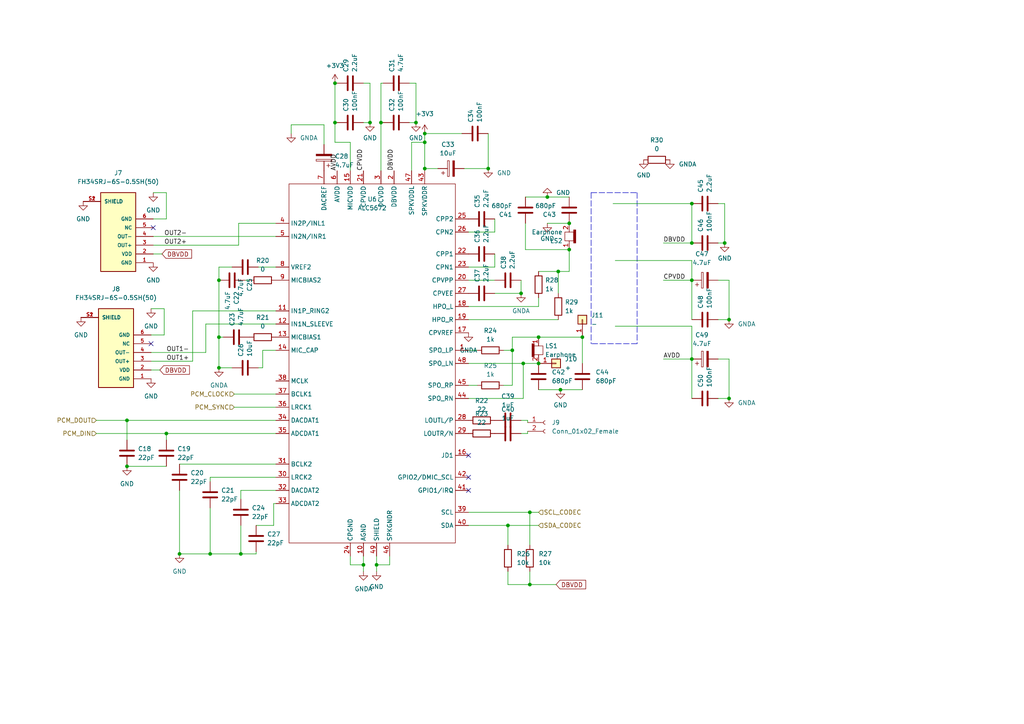
<source format=kicad_sch>
(kicad_sch (version 20211123) (generator eeschema)
  (paper "A4")
  (lib_symbols
    (symbol "Connector:Conn_01x02_Female" (pin_names (offset 1.016) hide)
      (property "Reference" "J" (at 0 2.54 0))
      (property "Value" "Conn_01x02_Female" (at 0 -5.08 0))
      (symbol "Conn_01x02_Female_1_1"
        (arc (start 0 -2.032) (mid -0.508 -2.54) (end 0 -3.048) (stroke (width 0.1524)))
        (polyline (pts (xy -1.27 -2.54) (xy -0.508 -2.54)) (stroke (width 0.1524)))
        (polyline (pts (xy -1.27 0) (xy -0.508 0)) (stroke (width 0.1524)))
        (arc (start 0 0.508) (mid -0.508 0) (end 0 -0.508) (stroke (width 0.1524)))
        (pin passive line (at -5.08 0 0) (length 3.81) (name "Pin_1") (number "1"))
        (pin passive line (at -5.08 -2.54 0) (length 3.81) (name "Pin_2") (number "2"))
      )
    )
    (symbol "Connector_Generic:Conn_01x01" (pin_names (offset 1.016) hide)
      (property "Reference" "J" (at 0 2.54 0))
      (property "Value" "Conn_01x01" (at 0 -2.54 0))
      (symbol "Conn_01x01_1_1"
        (rectangle (start -1.27 0.127) (end 0 -0.127) (stroke (width 0.1524)))
        (rectangle (start -1.27 1.27) (end 1.27 -1.27) (stroke (width 0.254)) (fill (type background)))
        (pin passive line (at -5.08 0 0) (length 3.81) (name "Pin_1") (number "1"))
      )
    )
    (symbol "Device:C" (pin_numbers hide) (pin_names (offset 0.254))
      (property "Reference" "C" (at 0.635 2.54 0))
      (property "Value" "C" (at 0.635 -2.54 0))
      (symbol "C_0_1"
        (polyline (pts (xy -2.032 -0.762) (xy 2.032 -0.762)) (stroke (width 0.508)))
        (polyline (pts (xy -2.032 0.762) (xy 2.032 0.762)) (stroke (width 0.508)))
      )
      (symbol "C_1_1"
        (pin passive line (at 0 3.81 270) (length 2.794) (name "~") (number "1"))
        (pin passive line (at 0 -3.81 90) (length 2.794) (name "~") (number "2"))
      )
    )
    (symbol "Device:C_Polarized" (pin_numbers hide) (pin_names (offset 0.254))
      (property "Reference" "C" (at 0.635 2.54 0))
      (property "Value" "C_Polarized" (at 0.635 -2.54 0))
      (symbol "C_Polarized_0_1"
        (rectangle (start -2.286 0.508) (end 2.286 1.016))
        (polyline (pts (xy -1.778 2.286) (xy -0.762 2.286)))
        (polyline (pts (xy -1.27 2.794) (xy -1.27 1.778)))
        (rectangle (start 2.286 -0.508) (end -2.286 -1.016) (fill (type outline)))
      )
      (symbol "C_Polarized_1_1"
        (pin passive line (at 0 3.81 270) (length 2.794) (name "~") (number "1"))
        (pin passive line (at 0 -3.81 90) (length 2.794) (name "~") (number "2"))
      )
    )
    (symbol "Device:Earphone" (pin_names (offset 0.0254) hide)
      (property "Reference" "LS" (at 2.54 3.81 0))
      (property "Value" "Earphone" (at 2.54 1.905 0))
      (symbol "Earphone_0_1"
        (rectangle (start 1.27 -0.635) (end 1.905 3.175) (fill (type outline)))
        (rectangle (start 1.27 0) (end -1.27 2.54))
      )
      (symbol "Earphone_1_1"
        (pin passive line (at 0 -2.54 90) (length 2.54) (name "-") (number "1"))
        (pin passive line (at 0 5.08 270) (length 2.54) (name "+") (number "2"))
      )
    )
    (symbol "Device:R" (pin_numbers hide) (pin_names (offset 0))
      (property "Reference" "R" (at 2.032 0 90))
      (property "Value" "R" (at 0 0 90))
      (symbol "R_0_1"
        (rectangle (start -1.016 -2.54) (end 1.016 2.54) (stroke (width 0.254)))
      )
      (symbol "R_1_1"
        (pin passive line (at 0 3.81 270) (length 1.27) (name "~") (number "1"))
        (pin passive line (at 0 -3.81 90) (length 1.27) (name "~") (number "2"))
      )
    )
    (symbol "JLCPCB:ALC5672"
      (property "Reference" "U" (at 0 -68.195 0))
      (property "Value" "ALC5672" (at 0 -70.735 0))
      (symbol "ALC5672_0_1"
        (rectangle (start -24.13 49.53) (end 24.13 -54.61))
      )
      (symbol "ALC5672_1_1"
        (pin passive line (at 27.94 1.27 180) (length 3.81) (name "SPO_LP") (number "1"))
        (pin passive line (at -2.54 -58.42 90) (length 3.81) (name "AGND") (number "10"))
        (pin passive line (at -27.94 12.7 0) (length 3.81) (name "IN1P_RING2") (number "11"))
        (pin passive line (at -27.94 8.89 0) (length 3.81) (name "IN1N_SLEEVE") (number "12"))
        (pin passive line (at -27.94 5.08 0) (length 3.81) (name "MICBIAS1") (number "13"))
        (pin passive line (at -27.94 1.27 0) (length 3.81) (name "MIC_CAP") (number "14"))
        (pin passive line (at -6.35 53.34 270) (length 3.81) (name "MICVDD") (number "15"))
        (pin passive line (at 27.94 -29.21 180) (length 3.81) (name "JD1") (number "16"))
        (pin passive line (at 27.94 6.35 180) (length 3.81) (name "CPVREF") (number "17"))
        (pin passive line (at 27.94 13.97 180) (length 3.81) (name "HPO_L") (number "18"))
        (pin passive line (at 27.94 10.16 180) (length 3.81) (name "HPO_R") (number "19"))
        (pin passive line (at 6.35 53.34 270) (length 3.81) (name "DBVDD") (number "2"))
        (pin passive line (at 27.94 21.59 180) (length 3.81) (name "CPVPP") (number "20"))
        (pin passive line (at -2.54 53.34 270) (length 3.81) (name "CPVDD") (number "21"))
        (pin passive line (at 27.94 29.21 180) (length 3.81) (name "CPP1") (number "22"))
        (pin passive line (at 27.94 25.4 180) (length 3.81) (name "CPN1") (number "23"))
        (pin passive line (at -6.35 -58.42 90) (length 3.81) (name "CPGND") (number "24"))
        (pin passive line (at 27.94 39.37 180) (length 3.81) (name "CPP2") (number "25"))
        (pin passive line (at 27.94 35.56 180) (length 3.81) (name "CPN2") (number "26"))
        (pin passive line (at 27.94 17.78 180) (length 3.81) (name "CPVEE") (number "27"))
        (pin passive line (at 27.94 -19.05 180) (length 3.81) (name "LOUTL/P") (number "28"))
        (pin passive line (at 27.94 -22.86 180) (length 3.81) (name "LOUTR/N") (number "29"))
        (pin passive line (at 2.54 53.34 270) (length 3.81) (name "DCVDD") (number "3"))
        (pin passive line (at -27.94 -35.56 0) (length 3.81) (name "LRCK2") (number "30"))
        (pin passive line (at -27.94 -31.75 0) (length 3.81) (name "BCLK2") (number "31"))
        (pin passive line (at -27.94 -39.37 0) (length 3.81) (name "DACDAT2") (number "32"))
        (pin passive line (at -27.94 -43.18 0) (length 3.81) (name "ADCDAT2") (number "33"))
        (pin passive line (at -27.94 -19.05 0) (length 3.81) (name "DACDAT1") (number "34"))
        (pin passive line (at -27.94 -22.86 0) (length 3.81) (name "ADCDAT1") (number "35"))
        (pin passive line (at -27.94 -15.24 0) (length 3.81) (name "LRCK1") (number "36"))
        (pin passive line (at -27.94 -11.43 0) (length 3.81) (name "BCLK1") (number "37"))
        (pin passive line (at -27.94 -7.62 0) (length 3.81) (name "MCLK") (number "38"))
        (pin passive line (at 27.94 -45.72 180) (length 3.81) (name "SCL") (number "39"))
        (pin passive line (at -27.94 38.1 0) (length 3.81) (name "IN2P/INL1") (number "4"))
        (pin passive line (at 27.94 -49.53 180) (length 3.81) (name "SDA") (number "40"))
        (pin passive line (at 27.94 -39.37 180) (length 3.81) (name "GPIO1/IRQ") (number "41"))
        (pin passive line (at 27.94 -35.56 180) (length 3.81) (name "GPIO2/DMIC_SCL") (number "42"))
        (pin passive line (at 15.24 53.34 270) (length 3.81) (name "SPKVDDR") (number "43"))
        (pin passive line (at 27.94 -12.7 180) (length 3.81) (name "SPO_RN") (number "44"))
        (pin passive line (at 27.94 -8.89 180) (length 3.81) (name "SPO_RP") (number "45"))
        (pin passive line (at 5.08 -58.42 90) (length 3.81) (name "SPKGNDR") (number "46"))
        (pin passive line (at 11.43 53.34 270) (length 3.81) (name "SPKVDDL") (number "47"))
        (pin passive line (at 27.94 -2.54 180) (length 3.81) (name "SPO_LN") (number "48"))
        (pin passive line (at 1.27 -58.42 90) (length 3.81) (name "SHIELD") (number "49"))
        (pin passive line (at -27.94 34.29 0) (length 3.81) (name "IN2N/INR1") (number "5"))
        (pin passive line (at -10.16 53.34 270) (length 3.81) (name "AVDD") (number "6"))
        (pin passive line (at -13.97 53.34 270) (length 3.81) (name "DACREF") (number "7"))
        (pin passive line (at -27.94 25.4 0) (length 3.81) (name "VREF2") (number "8"))
        (pin passive line (at -27.94 21.59 0) (length 3.81) (name "MICBIAS2") (number "9"))
      )
    )
    (symbol "JLCPCB:FH34SRJ-6S-0.5SH(50)" (pin_names (offset 1.016))
      (property "Reference" "J" (at -5.588 10.16 0))
      (property "Value" "FH34SRJ-6S-0.5SH(50)" (at -5.08 -15.24 0))
      (symbol "FH34SRJ-6S-0.5SH(50)_0_0"
        (rectangle (start -5.08 -12.7) (end 5.08 10.16) (stroke (width 0.254)) (fill (type background)))
        (pin passive line (at -10.16 7.62 0) (length 5.08) (name "GND") (number "1"))
        (pin passive line (at -10.16 5.08 0) (length 5.08) (name "VDD") (number "2"))
        (pin passive line (at -10.16 2.54 0) (length 5.08) (name "OUT+") (number "3"))
        (pin passive line (at -10.16 0 0) (length 5.08) (name "OUT-") (number "4"))
        (pin passive line (at -10.16 -2.54 0) (length 5.08) (name "NC") (number "5"))
        (pin passive line (at -10.16 -5.08 0) (length 5.08) (name "GND") (number "6"))
        (pin passive line (at 10.16 -10.16 180) (length 5.08) (name "SHIELD") (number "S1"))
        (pin passive line (at 10.16 -10.16 180) (length 5.08) (name "SHIELD") (number "S2"))
      )
    )
    (symbol "power:+3V3" (power) (pin_names (offset 0))
      (property "Value" "+3V3" (at 0 3.556 0))
      (symbol "+3V3_0_1"
        (polyline (pts (xy -0.762 1.27) (xy 0 2.54)))
        (polyline (pts (xy 0 0) (xy 0 2.54)))
        (polyline (pts (xy 0 2.54) (xy 0.762 1.27)))
      )
      (symbol "+3V3_1_1"
        (pin power_in line (at 0 0 90) (length 0) hide (name "+3V3") (number "1"))
      )
    )
    (symbol "power:GND" (power) (pin_names (offset 0))
      (property "Value" "GND" (at 0 -3.81 0))
      (symbol "GND_0_1"
        (polyline (pts (xy 0 0) (xy 0 -1.27) (xy 1.27 -1.27) (xy 0 -2.54) (xy -1.27 -1.27) (xy 0 -1.27)))
      )
      (symbol "GND_1_1"
        (pin power_in line (at 0 0 270) (length 0) hide (name "GND") (number "1"))
      )
    )
    (symbol "power:GNDA" (power) (pin_names (offset 0))
      (property "Value" "GNDA" (at 0 -3.81 0))
      (symbol "GNDA_0_1"
        (polyline (pts (xy 0 0) (xy 0 -1.27) (xy 1.27 -1.27) (xy 0 -2.54) (xy -1.27 -1.27) (xy 0 -1.27)))
      )
      (symbol "GNDA_1_1"
        (pin power_in line (at 0 0 270) (length 0) hide (name "GNDA") (number "1"))
      )
    )
  )
  (junction (at 200.66 81.28))
  (junction (at 110.49 35.56))
  (junction (at 107.315 35.56))
  (junction (at 97.155 35.56))
  (junction (at 162.56 113.03))
  (junction (at 63.5 81.28))
  (junction (at 210.185 70.485))
  (junction (at 123.19 38.735))
  (junction (at 36.83 135.255))
  (junction (at 105.41 163.83))
  (junction (at 200.66 104.14))
  (junction (at 48.26 125.73))
  (junction (at 120.65 35.56))
  (junction (at 165.1 72.39))
  (junction (at 63.5 97.79))
  (junction (at 158.75 57.15))
  (junction (at 200.66 70.485))
  (junction (at 168.91 97.79))
  (junction (at 211.455 92.71))
  (junction (at 147.32 152.4))
  (junction (at 211.455 115.57))
  (junction (at 200.66 59.055))
  (junction (at 161.925 78.74))
  (junction (at 153.67 169.545))
  (junction (at 69.85 160.655))
  (junction (at 123.19 41.275))
  (junction (at 151.765 105.41))
  (junction (at 60.96 160.655))
  (junction (at 151.13 85.09))
  (junction (at 36.83 121.92))
  (junction (at 141.605 48.895))
  (junction (at 148.59 101.6))
  (junction (at 153.67 148.59))
  (junction (at 123.19 48.895))
  (junction (at 156.21 105.41))
  (junction (at 109.22 163.83))
  (junction (at 97.155 24.13))
  (junction (at 63.5 106.68))
  (junction (at 156.21 97.79))
  (junction (at 165.1 64.77))
  (junction (at 52.07 160.655))
  (no_connect (at 43.815 99.695))
  (no_connect (at 135.89 142.24))
  (no_connect (at 135.89 138.43))
  (no_connect (at 135.89 132.08))
  (no_connect (at 44.45 66.04))
  (wire (pts (xy 43.815 104.775) (xy 55.88 104.775)))
  (wire (pts (xy 110.49 24.13) (xy 111.125 24.13)))
  (wire (pts (xy 123.19 38.735) (xy 133.985 38.735)))
  (wire (pts (xy 48.26 63.5) (xy 48.26 55.88)))
  (wire (pts (xy 60.96 147.32) (xy 60.96 160.655)))
  (wire (pts (xy 147.32 165.735) (xy 147.32 169.545)))
  (wire (pts (xy 101.6 49.53) (xy 101.6 41.275)))
  (wire (pts (xy 55.88 90.17) (xy 80.01 90.17)))
  (wire (pts (xy 63.5 106.68) (xy 63.5 97.79)))
  (wire (pts (xy 192.405 104.14) (xy 200.66 104.14)))
  (wire (pts (xy 79.375 152.4) (xy 74.295 152.4)))
  (wire (pts (xy 200.66 70.485) (xy 200.66 59.055)))
  (wire (pts (xy 135.89 148.59) (xy 153.67 148.59)))
  (wire (pts (xy 93.98 36.195) (xy 93.98 41.91)))
  (wire (pts (xy 44.45 68.58) (xy 80.01 68.58)))
  (wire (pts (xy 101.6 161.29) (xy 101.6 163.83)))
  (wire (pts (xy 59.69 102.235) (xy 59.69 93.98)))
  (wire (pts (xy 143.51 85.09) (xy 151.13 85.09)))
  (wire (pts (xy 47.625 97.155) (xy 47.625 89.535)))
  (wire (pts (xy 138.43 111.76) (xy 135.89 111.76)))
  (wire (pts (xy 27.94 125.73) (xy 48.26 125.73)))
  (wire (pts (xy 110.49 49.53) (xy 110.49 35.56)))
  (wire (pts (xy 135.89 105.41) (xy 151.765 105.41)))
  (wire (pts (xy 148.59 97.79) (xy 148.59 101.6)))
  (wire (pts (xy 105.41 161.29) (xy 105.41 163.83)))
  (wire (pts (xy 200.66 104.14) (xy 200.66 115.57)))
  (wire (pts (xy 208.28 115.57) (xy 211.455 115.57)))
  (wire (pts (xy 113.03 163.83) (xy 109.22 163.83)))
  (wire (pts (xy 211.455 104.14) (xy 211.455 115.57)))
  (wire (pts (xy 46.99 73.66) (xy 44.45 73.66)))
  (wire (pts (xy 156.21 88.9) (xy 156.21 86.36)))
  (wire (pts (xy 60.96 160.655) (xy 69.85 160.655)))
  (wire (pts (xy 200.66 104.14) (xy 200.66 94.615)))
  (wire (pts (xy 156.21 97.79) (xy 168.91 97.79)))
  (wire (pts (xy 69.85 142.24) (xy 69.85 144.78)))
  (wire (pts (xy 178.435 75.565) (xy 200.66 75.565)))
  (wire (pts (xy 97.155 24.13) (xy 97.79 24.13)))
  (wire (pts (xy 151.13 125.73) (xy 153.035 125.73)))
  (wire (pts (xy 67.31 106.68) (xy 63.5 106.68)))
  (wire (pts (xy 211.455 81.28) (xy 211.455 92.71)))
  (wire (pts (xy 151.765 105.41) (xy 156.21 105.41)))
  (wire (pts (xy 80.01 142.24) (xy 69.85 142.24)))
  (wire (pts (xy 110.49 35.56) (xy 110.49 24.13)))
  (wire (pts (xy 135.89 115.57) (xy 151.765 115.57)))
  (wire (pts (xy 143.51 73.66) (xy 143.51 77.47)))
  (wire (pts (xy 69.85 160.655) (xy 74.295 160.655)))
  (wire (pts (xy 148.59 101.6) (xy 148.59 111.76)))
  (wire (pts (xy 84.455 38.735) (xy 84.455 36.195)))
  (wire (pts (xy 147.32 152.4) (xy 156.21 152.4)))
  (polyline (pts (xy 171.45 55.88) (xy 184.785 55.88)))
  (wire (pts (xy 46.355 107.315) (xy 43.815 107.315)))
  (wire (pts (xy 200.66 81.28) (xy 200.66 75.565)))
  (wire (pts (xy 123.19 48.895) (xy 123.19 49.53)))
  (wire (pts (xy 210.185 59.055) (xy 210.185 70.485)))
  (wire (pts (xy 210.185 70.485) (xy 208.28 70.485)))
  (wire (pts (xy 118.745 24.13) (xy 120.65 24.13)))
  (wire (pts (xy 48.26 127.635) (xy 48.26 125.73)))
  (wire (pts (xy 208.28 92.71) (xy 211.455 92.71)))
  (wire (pts (xy 153.67 169.545) (xy 161.29 169.545)))
  (wire (pts (xy 80.01 125.73) (xy 48.26 125.73)))
  (wire (pts (xy 109.22 161.29) (xy 109.22 163.83)))
  (wire (pts (xy 208.28 59.055) (xy 210.185 59.055)))
  (wire (pts (xy 80.01 138.43) (xy 60.96 138.43)))
  (wire (pts (xy 80.01 134.62) (xy 52.07 134.62)))
  (wire (pts (xy 110.49 35.56) (xy 111.125 35.56)))
  (wire (pts (xy 200.66 81.28) (xy 200.66 92.71)))
  (wire (pts (xy 60.96 138.43) (xy 60.96 139.7)))
  (wire (pts (xy 97.155 41.275) (xy 97.155 35.56)))
  (wire (pts (xy 43.815 102.235) (xy 59.69 102.235)))
  (wire (pts (xy 69.215 64.77) (xy 80.01 64.77)))
  (wire (pts (xy 84.455 36.195) (xy 93.98 36.195)))
  (wire (pts (xy 208.28 81.28) (xy 211.455 81.28)))
  (wire (pts (xy 120.65 24.13) (xy 120.65 35.56)))
  (wire (pts (xy 151.765 105.41) (xy 151.765 115.57)))
  (wire (pts (xy 69.215 71.12) (xy 69.215 64.77)))
  (wire (pts (xy 192.405 81.28) (xy 200.66 81.28)))
  (wire (pts (xy 165.1 78.74) (xy 165.1 72.39)))
  (wire (pts (xy 148.59 101.6) (xy 146.05 101.6)))
  (wire (pts (xy 109.22 165.735) (xy 109.22 163.83)))
  (wire (pts (xy 101.6 163.83) (xy 105.41 163.83)))
  (wire (pts (xy 161.925 78.74) (xy 156.21 78.74)))
  (wire (pts (xy 192.405 70.485) (xy 200.66 70.485)))
  (wire (pts (xy 74.93 77.47) (xy 80.01 77.47)))
  (wire (pts (xy 134.62 48.895) (xy 141.605 48.895)))
  (wire (pts (xy 105.41 24.13) (xy 107.315 24.13)))
  (wire (pts (xy 178.435 94.615) (xy 200.66 94.615)))
  (wire (pts (xy 152.4 57.15) (xy 158.75 57.15)))
  (wire (pts (xy 123.19 41.275) (xy 123.19 38.735)))
  (wire (pts (xy 105.41 163.83) (xy 105.41 165.735)))
  (wire (pts (xy 138.43 101.6) (xy 135.89 101.6)))
  (wire (pts (xy 36.83 135.255) (xy 48.26 135.255)))
  (wire (pts (xy 153.035 125.73) (xy 153.035 125.095)))
  (wire (pts (xy 161.925 78.74) (xy 165.1 78.74)))
  (wire (pts (xy 71.12 81.28) (xy 72.39 81.28)))
  (wire (pts (xy 80.01 146.05) (xy 79.375 146.05)))
  (wire (pts (xy 52.07 160.655) (xy 60.96 160.655)))
  (wire (pts (xy 168.91 97.79) (xy 168.91 105.41)))
  (wire (pts (xy 153.67 158.115) (xy 153.67 148.59)))
  (wire (pts (xy 74.295 160.02) (xy 74.295 160.655)))
  (wire (pts (xy 158.75 64.77) (xy 165.1 64.77)))
  (wire (pts (xy 158.75 57.15) (xy 165.1 57.15)))
  (wire (pts (xy 152.4 64.77) (xy 152.4 72.39)))
  (wire (pts (xy 147.32 169.545) (xy 153.67 169.545)))
  (wire (pts (xy 67.945 114.3) (xy 80.01 114.3)))
  (wire (pts (xy 63.5 77.47) (xy 63.5 81.28)))
  (wire (pts (xy 120.65 35.56) (xy 118.745 35.56)))
  (wire (pts (xy 162.56 113.03) (xy 168.91 113.03)))
  (wire (pts (xy 55.88 104.775) (xy 55.88 90.17)))
  (wire (pts (xy 107.315 35.56) (xy 105.41 35.56)))
  (wire (pts (xy 208.28 104.14) (xy 211.455 104.14)))
  (wire (pts (xy 63.5 97.79) (xy 64.77 97.79)))
  (wire (pts (xy 135.89 88.9) (xy 156.21 88.9)))
  (wire (pts (xy 135.89 152.4) (xy 147.32 152.4)))
  (wire (pts (xy 119.38 49.53) (xy 119.38 41.275)))
  (wire (pts (xy 135.89 81.28) (xy 143.51 81.28)))
  (wire (pts (xy 67.31 77.47) (xy 63.5 77.47)))
  (wire (pts (xy 47.625 89.535) (xy 43.815 89.535)))
  (wire (pts (xy 113.03 161.29) (xy 113.03 163.83)))
  (wire (pts (xy 107.315 24.13) (xy 107.315 35.56)))
  (wire (pts (xy 74.93 106.68) (xy 76.2 106.68)))
  (wire (pts (xy 79.375 146.05) (xy 79.375 152.4)))
  (wire (pts (xy 52.07 142.24) (xy 52.07 160.655)))
  (wire (pts (xy 119.38 41.275) (xy 123.19 41.275)))
  (wire (pts (xy 59.69 93.98) (xy 80.01 93.98)))
  (polyline (pts (xy 184.785 99.695) (xy 171.45 99.695)))
  (polyline (pts (xy 171.45 55.88) (xy 171.45 99.695)))
  (wire (pts (xy 123.19 41.275) (xy 123.19 48.895)))
  (wire (pts (xy 148.59 111.76) (xy 146.05 111.76)))
  (wire (pts (xy 43.815 97.155) (xy 47.625 97.155)))
  (wire (pts (xy 153.67 169.545) (xy 153.67 165.735)))
  (wire (pts (xy 97.155 35.56) (xy 97.79 35.56)))
  (wire (pts (xy 147.32 158.115) (xy 147.32 152.4)))
  (wire (pts (xy 123.19 48.895) (xy 127 48.895)))
  (wire (pts (xy 143.51 63.5) (xy 143.51 67.31)))
  (wire (pts (xy 97.155 35.56) (xy 97.155 24.13)))
  (wire (pts (xy 148.59 97.79) (xy 156.21 97.79)))
  (wire (pts (xy 69.85 152.4) (xy 69.85 160.655)))
  (wire (pts (xy 48.26 55.88) (xy 44.45 55.88)))
  (wire (pts (xy 161.925 85.09) (xy 161.925 78.74)))
  (wire (pts (xy 156.21 113.03) (xy 162.56 113.03)))
  (wire (pts (xy 44.45 71.12) (xy 69.215 71.12)))
  (wire (pts (xy 63.5 97.79) (xy 63.5 81.28)))
  (wire (pts (xy 143.51 67.31) (xy 135.89 67.31)))
  (wire (pts (xy 153.035 121.92) (xy 153.035 122.555)))
  (wire (pts (xy 151.13 85.09) (xy 151.13 81.28)))
  (wire (pts (xy 135.89 92.71) (xy 161.925 92.71)))
  (wire (pts (xy 141.605 38.735) (xy 141.605 48.895)))
  (wire (pts (xy 76.2 101.6) (xy 76.2 106.68)))
  (wire (pts (xy 36.83 127.635) (xy 36.83 121.92)))
  (wire (pts (xy 152.4 72.39) (xy 165.1 72.39)))
  (wire (pts (xy 80.01 121.92) (xy 36.83 121.92)))
  (wire (pts (xy 143.51 77.47) (xy 135.89 77.47)))
  (wire (pts (xy 151.13 121.92) (xy 153.035 121.92)))
  (wire (pts (xy 67.945 118.11) (xy 80.01 118.11)))
  (wire (pts (xy 80.01 101.6) (xy 76.2 101.6)))
  (polyline (pts (xy 184.785 55.88) (xy 184.785 99.695)))
  (wire (pts (xy 101.6 41.275) (xy 97.155 41.275)))
  (wire (pts (xy 27.94 121.92) (xy 36.83 121.92)))
  (wire (pts (xy 153.67 148.59) (xy 156.21 148.59)))
  (wire (pts (xy 44.45 63.5) (xy 48.26 63.5)))
  (wire (pts (xy 177.8 59.055) (xy 200.66 59.055)))
  (label "DBVDD" (at 192.405 70.485 0))
  (label "OUT1+" (at 48.26 104.775 0))
  (label "OUT1-" (at 48.26 102.235 0))
  (label "DBVDD" (at 114.3 49.53 90))
  (label "AVDD" (at 97.79 49.53 90))
  (label "OUT2-" (at 47.625 68.58 0))
  (label "CPVDD" (at 105.41 49.53 90))
  (label "CPVDD" (at 192.405 81.28 0))
  (label "OUT2+" (at 47.625 71.12 0))
  (label "AVDD" (at 192.405 104.14 0))
  (global_label "DBVDD" (shape input) (at 46.355 107.315 0) (property "Intersheet References" "${INTERSHEET_REFS}" (effects hide)))
  (global_label "DBVDD" (shape input) (at 161.29 169.545 0) (property "Intersheet References" "${INTERSHEET_REFS}" (effects hide)))
  (global_label "DBVDD" (shape input) (at 46.99 73.66 0) (property "Intersheet References" "${INTERSHEET_REFS}" (effects hide)))
  (hierarchical_label "PCM_DIN" (shape input) (at 27.94 125.73 180))
  (hierarchical_label "PCM_SYNC" (shape input) (at 67.945 118.11 180))
  (hierarchical_label "SDA_CODEC" (shape input) (at 156.21 152.4 0))
  (hierarchical_label "SCL_CODEC" (shape input) (at 156.21 148.59 0))
  (hierarchical_label "PCM_DOUT" (shape input) (at 27.94 121.92 180))
  (hierarchical_label "PCM_CLOCK" (shape input) (at 67.945 114.3 180))
  (symbol (lib_id "Device:C") (at 60.96 143.51 180) (unit 1)
    (property "Reference" "C21" (at 64.135 142.2399 0) (effects (justify right)))
    (property "Value" "22pF" (at 64.135 144.7799 0) (effects (justify right)))
    (property "Footprint" "Capacitor_SMD:C_0402_1005Metric" (effects hide))
  )
  (symbol (lib_id "JLCPCB:FH34SRJ-6S-0.5SH(50)") (at 34.29 68.58 180) (unit 1)
    (property "Reference" "J7" (at 34.29 50.165 0))
    (property "Value" "FH34SRJ-6S-0.5SH(50)" (at 34.29 52.705 0))
    (property "Footprint" "lib_fp:HRS_FH34SRJ-6S-0.5SH(50)" (effects hide))
    (property "MPN" "C224194" (effects hide))
  )
  (symbol (lib_id "power:GND") (at 43.815 89.535 0) (unit 1)
    (property "Reference" "#PWR052" (effects hide))
    (property "Value" "GND" (at 43.815 94.615 0))
  )
  (symbol (lib_id "Device:C") (at 36.83 131.445 180) (unit 1)
    (property "Reference" "C18" (at 40.005 130.1749 0) (effects (justify right)))
    (property "Value" "22pF" (at 40.005 132.7149 0) (effects (justify right)))
    (property "Footprint" "Capacitor_SMD:C_0402_1005Metric" (effects hide))
  )
  (symbol (lib_id "power:GND") (at 120.65 35.56 0) (unit 1)
    (property "Reference" "#PWR063" (effects hide))
    (property "Value" "GND" (at 120.65 40.005 0))
  )
  (symbol (lib_id "Device:C_Polarized") (at 204.47 104.14 90) (unit 1)
    (property "Reference" "C49" (at 203.581 97.155 90))
    (property "Value" "4.7uF" (at 203.581 99.695 90))
    (property "Footprint" "Capacitor_SMD:C_0402_1005Metric" (effects hide))
  )
  (symbol (lib_id "Device:R") (at 76.2 81.28 90) (unit 1) (in_bom no)
    (property "Reference" "R20" (at 76.2 75.565 90))
    (property "Value" "0" (at 76.2 78.105 90))
    (property "Footprint" "Resistor_SMD:R_0402_1005Metric" (effects hide))
  )
  (symbol (lib_id "power:GNDA") (at 211.455 92.71 0) (unit 1)
    (property "Reference" "#PWR073" (effects hide))
    (property "Value" "GNDA" (at 213.995 93.9799 0) (effects (justify left)))
  )
  (symbol (lib_id "Device:C") (at 204.47 70.485 270) (unit 1)
    (property "Reference" "C46" (at 203.1999 67.31 0) (effects (justify right)))
    (property "Value" "100nF" (at 205.7399 67.31 0) (effects (justify right)))
    (property "Footprint" "Capacitor_SMD:C_0402_1005Metric" (effects hide))
  )
  (symbol (lib_id "Device:C") (at 147.32 121.92 90) (unit 1)
    (property "Reference" "C39" (at 147.32 114.935 90))
    (property "Value" "1uF" (at 147.32 117.475 90))
    (property "Footprint" "Capacitor_SMD:C_0402_1005Metric" (effects hide))
  )
  (symbol (lib_id "Device:C") (at 147.32 125.73 90) (unit 1)
    (property "Reference" "C40" (at 147.32 118.745 90))
    (property "Value" "1uF" (at 147.32 121.285 90))
    (property "Footprint" "Capacitor_SMD:C_0402_1005Metric" (effects hide))
  )
  (symbol (lib_id "power:GND") (at 36.83 135.255 0) (unit 1)
    (property "Reference" "#PWR051" (effects hide))
    (property "Value" "GND" (at 36.83 140.335 0))
  )
  (symbol (lib_id "Device:C") (at 165.1 60.96 180) (unit 1)
    (property "Reference" "C43" (at 161.29 62.2301 0) (effects (justify left)))
    (property "Value" "680pF" (at 161.29 59.6901 0) (effects (justify left)))
    (property "Footprint" "Capacitor_SMD:C_0402_1005Metric" (effects hide))
  )
  (symbol (lib_id "Device:R") (at 142.24 101.6 90) (unit 1)
    (property "Reference" "R24" (at 142.24 95.885 90))
    (property "Value" "1k" (at 142.24 98.425 90))
    (property "Footprint" "Resistor_SMD:R_0402_1005Metric" (effects hide))
  )
  (symbol (lib_id "JLCPCB:ALC5672") (at 107.95 102.87 0) (unit 1)
    (property "Reference" "U6" (at 107.95 57.785 0))
    (property "Value" "ALC5672" (at 107.95 60.325 0))
    (property "Footprint" "lib_fp:ALC5672-VB-CGT_QFN-48_EP_6x6_Pitch0.4mm" (effects hide))
    (property "MPN" "C474324" (effects hide))
  )
  (symbol (lib_id "power:+3V3") (at 123.19 38.735 0) (unit 1)
    (property "Reference" "#PWR0101" (effects hide))
    (property "Value" "+3V3" (at 123.19 33.02 0))
  )
  (symbol (lib_id "Device:C") (at 71.12 106.68 270) (unit 1)
    (property "Reference" "C26" (at 69.8499 103.505 0) (effects (justify right)))
    (property "Value" "10uF" (at 72.3899 103.505 0) (effects (justify right)))
    (property "Footprint" "Capacitor_SMD:C_0402_1005Metric" (effects hide))
  )
  (symbol (lib_id "Device:C_Polarized") (at 204.47 81.28 90) (unit 1)
    (property "Reference" "C47" (at 203.581 73.66 90))
    (property "Value" "4.7uF" (at 203.581 76.2 90))
    (property "Footprint" "Capacitor_SMD:C_0402_1005Metric" (effects hide))
  )
  (symbol (lib_id "power:GND") (at 23.495 92.075 0) (unit 1)
    (property "Reference" "#PWR049" (effects hide))
    (property "Value" "GND" (at 23.495 97.155 0))
  )
  (symbol (lib_id "power:GND") (at 158.75 64.77 0) (unit 1)
    (property "Reference" "#PWR0102" (effects hide))
    (property "Value" "GND" (at 158.75 69.215 0))
  )
  (symbol (lib_id "Device:C") (at 139.7 85.09 270) (unit 1)
    (property "Reference" "C37" (at 138.4299 81.915 0) (effects (justify right)))
    (property "Value" "2.2uF" (at 140.9699 81.915 0) (effects (justify right)))
    (property "Footprint" "Capacitor_SMD:C_0402_1005Metric" (effects hide))
  )
  (symbol (lib_id "Device:Earphone") (at 165.1 69.85 0) (unit 1)
    (property "Reference" "LS2" (at 163.195 69.8501 0) (effects (justify right)))
    (property "Value" "Earphone" (at 163.195 67.3101 0) (effects (justify right)))
    (property "Footprint" "speakerpads:speakerpads" (effects hide))
  )
  (symbol (lib_id "power:GND") (at 44.45 55.88 0) (unit 1)
    (property "Reference" "#PWR054" (effects hide))
    (property "Value" "GND" (at 44.45 60.96 0))
  )
  (symbol (lib_id "power:GND") (at 141.605 48.895 0) (unit 1)
    (property "Reference" "#PWR0104" (effects hide))
    (property "Value" "GND" (at 144.145 50.1649 0) (effects (justify left)))
  )
  (symbol (lib_id "power:GNDA") (at 63.5 106.68 0) (unit 1)
    (property "Reference" "#PWR057" (effects hide))
    (property "Value" "GNDA" (at 63.5 111.76 0))
  )
  (symbol (lib_id "Device:C") (at 139.7 73.66 270) (unit 1)
    (property "Reference" "C36" (at 138.4299 70.485 0) (effects (justify right)))
    (property "Value" "2.2uF" (at 140.9699 70.485 0) (effects (justify right)))
    (property "Footprint" "Capacitor_SMD:C_0402_1005Metric" (effects hide))
  )
  (symbol (lib_id "power:GND") (at 52.07 160.655 0) (unit 1)
    (property "Reference" "#PWR056" (effects hide))
    (property "Value" "GND" (at 52.07 165.735 0))
  )
  (symbol (lib_id "Device:C") (at 101.6 24.13 270) (unit 1)
    (property "Reference" "C29" (at 100.3299 20.955 0) (effects (justify right)))
    (property "Value" "2.2uF" (at 102.8699 20.955 0) (effects (justify right)))
    (property "Footprint" "Capacitor_SMD:C_0402_1005Metric" (effects hide))
  )
  (symbol (lib_id "power:GND") (at 109.22 165.735 0) (unit 1)
    (property "Reference" "#PWR062" (effects hide))
    (property "Value" "GND" (at 109.22 170.18 0))
  )
  (symbol (lib_id "Device:C") (at 168.91 109.22 0) (unit 1)
    (property "Reference" "C44" (at 172.72 107.9499 0) (effects (justify left)))
    (property "Value" "680pF" (at 172.72 110.4899 0) (effects (justify left)))
    (property "Footprint" "Capacitor_SMD:C_0402_1005Metric" (effects hide))
  )
  (symbol (lib_id "Device:R") (at 161.925 88.9 180) (unit 1)
    (property "Reference" "R29" (at 163.83 87.6299 0) (effects (justify right)))
    (property "Value" "1k" (at 163.83 90.1699 0) (effects (justify right)))
    (property "Footprint" "Resistor_SMD:R_0402_1005Metric" (effects hide))
  )
  (symbol (lib_id "power:GNDA") (at 211.455 115.57 0) (unit 1)
    (property "Reference" "#PWR074" (effects hide))
    (property "Value" "GNDA" (at 213.995 116.8399 0) (effects (justify left)))
  )
  (symbol (lib_id "Device:R") (at 190.5 46.355 90) (unit 1) (in_bom no)
    (property "Reference" "R30" (at 190.5 40.64 90))
    (property "Value" "0" (at 190.5 43.18 90))
    (property "Footprint" "Resistor_SMD:R_0402_1005Metric" (effects hide))
  )
  (symbol (lib_id "Device:C") (at 68.58 97.79 270) (unit 1)
    (property "Reference" "C23" (at 67.3099 94.615 0) (effects (justify right)))
    (property "Value" "4.7uF" (at 69.8499 94.615 0) (effects (justify right)))
    (property "Footprint" "Capacitor_SMD:C_0402_1005Metric" (effects hide))
  )
  (symbol (lib_id "Device:C") (at 152.4 60.96 180) (unit 1)
    (property "Reference" "C41" (at 148.59 62.2301 0) (effects (justify left)))
    (property "Value" "680pF" (at 148.59 59.6901 0) (effects (justify left)))
    (property "Footprint" "Capacitor_SMD:C_0402_1005Metric" (effects hide))
  )
  (symbol (lib_id "power:GND") (at 24.13 58.42 0) (unit 1)
    (property "Reference" "#PWR050" (effects hide))
    (property "Value" "GND" (at 24.13 63.5 0))
  )
  (symbol (lib_id "Device:C") (at 156.21 109.22 0) (unit 1)
    (property "Reference" "C42" (at 160.02 107.9499 0) (effects (justify left)))
    (property "Value" "680pF" (at 160.02 110.4899 0) (effects (justify left)))
    (property "Footprint" "Capacitor_SMD:C_0402_1005Metric" (effects hide))
  )
  (symbol (lib_id "Connector:Conn_01x02_Female") (at 158.115 122.555 0) (unit 1)
    (property "Reference" "J9" (at 160.02 122.5549 0) (effects (justify left)))
    (property "Value" "Conn_01x02_Female" (at 160.02 125.0949 0) (effects (justify left)))
    (property "Footprint" "Jumper:SolderJumper-2_P1.3mm_Open_Pad1.0x1.5mm" (effects hide))
  )
  (symbol (lib_id "power:+3V3") (at 97.155 24.13 0) (unit 1)
    (property "Reference" "#PWR059" (effects hide))
    (property "Value" "+3V3" (at 97.155 19.05 0))
  )
  (symbol (lib_id "Device:R") (at 142.24 111.76 90) (unit 1)
    (property "Reference" "R25" (at 142.24 106.045 90))
    (property "Value" "1k" (at 142.24 108.585 90))
    (property "Footprint" "Resistor_SMD:R_0402_1005Metric" (effects hide))
  )
  (symbol (lib_id "Device:C") (at 71.12 77.47 90) (unit 1)
    (property "Reference" "C25" (at 72.3901 80.645 0) (effects (justify right)))
    (property "Value" "4.7uF" (at 69.8501 80.645 0) (effects (justify right)))
    (property "Footprint" "Capacitor_SMD:C_0402_1005Metric" (effects hide))
  )
  (symbol (lib_id "Device:C") (at 204.47 115.57 270) (unit 1)
    (property "Reference" "C50" (at 203.1999 112.395 0) (effects (justify right)))
    (property "Value" "100nF" (at 205.7399 112.395 0) (effects (justify right)))
    (property "Footprint" "Capacitor_SMD:C_0402_1005Metric" (effects hide))
  )
  (symbol (lib_id "Device:C") (at 69.85 148.59 180) (unit 1)
    (property "Reference" "C24" (at 73.025 147.3199 0) (effects (justify right)))
    (property "Value" "22pF" (at 73.025 149.8599 0) (effects (justify right)))
    (property "Footprint" "Capacitor_SMD:C_0402_1005Metric" (effects hide))
  )
  (symbol (lib_id "Device:R") (at 139.7 121.92 90) (unit 1)
    (property "Reference" "R22" (at 139.7 116.205 90))
    (property "Value" "22" (at 139.7 118.745 90))
    (property "Footprint" "Resistor_SMD:R_0402_1005Metric" (effects hide))
  )
  (symbol (lib_id "power:GND") (at 158.75 57.15 180) (unit 1)
    (property "Reference" "#PWR0103" (effects hide))
    (property "Value" "GND" (at 161.29 55.8799 0) (effects (justify right)))
  )
  (symbol (lib_id "Device:Earphone") (at 156.21 100.33 180) (unit 1) (in_bom no) (on_board no)
    (property "Reference" "LS1" (at 158.115 100.3299 0) (effects (justify right)))
    (property "Value" "Earphone" (at 158.115 102.8699 0) (effects (justify right)))
  )
  (symbol (lib_id "power:GND") (at 162.56 113.03 0) (unit 1)
    (property "Reference" "#PWR069" (effects hide))
    (property "Value" "GND" (at 162.56 117.475 0))
  )
  (symbol (lib_id "Device:R") (at 153.67 161.925 0) (unit 1)
    (property "Reference" "R27" (at 156.21 160.6549 0) (effects (justify left)))
    (property "Value" "10k" (at 156.21 163.1949 0) (effects (justify left)))
    (property "Footprint" "Resistor_SMD:R_0402_1005Metric" (effects hide))
  )
  (symbol (lib_id "power:GNDA") (at 194.31 46.355 0) (unit 1)
    (property "Reference" "#PWR071" (effects hide))
    (property "Value" "GNDA" (at 196.85 47.6249 0) (effects (justify left)))
  )
  (symbol (lib_id "power:GNDA") (at 151.13 85.09 0) (unit 1)
    (property "Reference" "#PWR066" (effects hide))
    (property "Value" "GNDA" (at 151.13 90.17 0))
  )
  (symbol (lib_id "Device:C_Polarized") (at 93.98 45.72 180) (unit 1)
    (property "Reference" "C28" (at 97.155 45.3389 0) (effects (justify right)))
    (property "Value" "4.7uF" (at 97.155 47.8789 0) (effects (justify right)))
    (property "Footprint" "Capacitor_SMD:C_0402_1005Metric" (effects hide))
  )
  (symbol (lib_id "power:GND") (at 210.185 70.485 0) (unit 1)
    (property "Reference" "#PWR072" (effects hide))
    (property "Value" "GND" (at 210.185 74.93 0))
  )
  (symbol (lib_id "Device:C") (at 147.32 81.28 270) (unit 1)
    (property "Reference" "C38" (at 146.0499 78.105 0) (effects (justify right)))
    (property "Value" "2.2uF" (at 148.5899 78.105 0) (effects (justify right)))
    (property "Footprint" "Capacitor_SMD:C_0402_1005Metric" (effects hide))
  )
  (symbol (lib_id "Device:C") (at 139.7 63.5 270) (unit 1)
    (property "Reference" "C35" (at 138.4299 60.325 0) (effects (justify right)))
    (property "Value" "2.2uF" (at 140.9699 60.325 0) (effects (justify right)))
    (property "Footprint" "Capacitor_SMD:C_0402_1005Metric" (effects hide))
  )
  (symbol (lib_id "Device:C") (at 114.935 24.13 270) (unit 1)
    (property "Reference" "C31" (at 113.6649 20.955 0) (effects (justify right)))
    (property "Value" "4.7uF" (at 116.2049 20.955 0) (effects (justify right)))
    (property "Footprint" "Capacitor_SMD:C_0402_1005Metric" (effects hide))
  )
  (symbol (lib_id "Device:C") (at 101.6 35.56 270) (unit 1)
    (property "Reference" "C30" (at 100.3299 32.385 0) (effects (justify right)))
    (property "Value" "100nF" (at 102.8699 32.385 0) (effects (justify right)))
    (property "Footprint" "Capacitor_SMD:C_0402_1005Metric" (effects hide))
  )
  (symbol (lib_id "power:GNDA") (at 135.89 96.52 0) (unit 1)
    (property "Reference" "#PWR064" (effects hide))
    (property "Value" "GNDA" (at 135.89 101.6 0))
  )
  (symbol (lib_id "Device:C_Polarized") (at 130.81 48.895 90) (unit 1)
    (property "Reference" "C33" (at 129.921 41.91 90))
    (property "Value" "10uF" (at 129.921 44.45 90))
    (property "Footprint" "Capacitor_SMD:C_0402_1005Metric" (effects hide))
  )
  (symbol (lib_id "Device:C") (at 67.31 81.28 90) (unit 1)
    (property "Reference" "C22" (at 68.5801 84.455 0) (effects (justify right)))
    (property "Value" "4.7uF" (at 66.0401 84.455 0) (effects (justify right)))
    (property "Footprint" "Capacitor_SMD:C_0402_1005Metric" (effects hide))
  )
  (symbol (lib_id "JLCPCB:FH34SRJ-6S-0.5SH(50)") (at 33.655 102.235 180) (unit 1)
    (property "Reference" "J8" (at 33.655 83.82 0))
    (property "Value" "FH34SRJ-6S-0.5SH(50)" (at 33.655 86.36 0))
    (property "Footprint" "lib_fp:HRS_FH34SRJ-6S-0.5SH(50)" (effects hide))
    (property "MPN" "C224194" (effects hide))
  )
  (symbol (lib_id "Device:C") (at 74.295 156.21 180) (unit 1)
    (property "Reference" "C27" (at 77.47 154.9399 0) (effects (justify right)))
    (property "Value" "22pF" (at 77.47 157.4799 0) (effects (justify right)))
    (property "Footprint" "Capacitor_SMD:C_0402_1005Metric" (effects hide))
  )
  (symbol (lib_id "power:GND") (at 107.315 35.56 0) (unit 1)
    (property "Reference" "#PWR061" (effects hide))
    (property "Value" "GND" (at 107.315 40.005 0))
  )
  (symbol (lib_id "power:GND") (at 186.69 46.355 0) (unit 1)
    (property "Reference" "#PWR070" (effects hide))
    (property "Value" "GND" (at 186.69 50.8 0))
  )
  (symbol (lib_id "Device:R") (at 147.32 161.925 0) (unit 1)
    (property "Reference" "R26" (at 149.86 160.6549 0) (effects (justify left)))
    (property "Value" "10k" (at 149.86 163.1949 0) (effects (justify left)))
    (property "Footprint" "Resistor_SMD:R_0402_1005Metric" (effects hide))
  )
  (symbol (lib_id "Device:R") (at 139.7 125.73 90) (unit 1)
    (property "Reference" "R23" (at 139.7 120.015 90))
    (property "Value" "22" (at 139.7 122.555 90))
    (property "Footprint" "Resistor_SMD:R_0402_1005Metric" (effects hide))
  )
  (symbol (lib_id "Device:R") (at 156.21 82.55 180) (unit 1)
    (property "Reference" "R28" (at 158.115 81.2799 0) (effects (justify right)))
    (property "Value" "1k" (at 158.115 83.8199 0) (effects (justify right)))
    (property "Footprint" "Resistor_SMD:R_0402_1005Metric" (effects hide))
  )
  (symbol (lib_id "Device:C") (at 204.47 92.71 270) (unit 1)
    (property "Reference" "C48" (at 203.1999 89.535 0) (effects (justify right)))
    (property "Value" "100nF" (at 205.7399 89.535 0) (effects (justify right)))
    (property "Footprint" "Capacitor_SMD:C_0402_1005Metric" (effects hide))
  )
  (symbol (lib_id "power:GND") (at 43.815 109.855 0) (unit 1)
    (property "Reference" "#PWR053" (effects hide))
    (property "Value" "GND" (at 43.815 114.935 0))
  )
  (symbol (lib_id "power:GNDA") (at 84.455 38.735 0) (unit 1)
    (property "Reference" "#PWR058" (effects hide))
    (property "Value" "GNDA" (at 86.995 40.0049 0) (effects (justify left)))
  )
  (symbol (lib_id "Device:C") (at 52.07 138.43 180) (unit 1)
    (property "Reference" "C20" (at 55.245 137.1599 0) (effects (justify right)))
    (property "Value" "22pF" (at 55.245 139.6999 0) (effects (justify right)))
    (property "Footprint" "Capacitor_SMD:C_0402_1005Metric" (effects hide))
  )
  (symbol (lib_id "power:GND") (at 44.45 76.2 0) (unit 1)
    (property "Reference" "#PWR055" (effects hide))
    (property "Value" "GND" (at 44.45 81.28 0))
  )
  (symbol (lib_id "Device:R") (at 76.2 97.79 90) (unit 1) (in_bom no)
    (property "Reference" "R21" (at 76.2 92.075 90))
    (property "Value" "0" (at 76.2 94.615 90))
    (property "Footprint" "Resistor_SMD:R_0402_1005Metric" (effects hide))
  )
  (symbol (lib_id "Device:C") (at 48.26 131.445 180) (unit 1)
    (property "Reference" "C19" (at 51.435 130.1749 0) (effects (justify right)))
    (property "Value" "22pF" (at 51.435 132.7149 0) (effects (justify right)))
    (property "Footprint" "Capacitor_SMD:C_0402_1005Metric" (effects hide))
  )
  (symbol (lib_id "Device:C") (at 114.935 35.56 270) (unit 1)
    (property "Reference" "C32" (at 113.6649 32.385 0) (effects (justify right)))
    (property "Value" "100nF" (at 116.2049 32.385 0) (effects (justify right)))
    (property "Footprint" "Capacitor_SMD:C_0402_1005Metric" (effects hide))
  )
  (symbol (lib_id "Device:C") (at 204.47 59.055 270) (unit 1)
    (property "Reference" "C45" (at 203.1999 55.88 0) (effects (justify right)))
    (property "Value" "2.2uF" (at 205.7399 55.88 0) (effects (justify right)))
    (property "Footprint" "Capacitor_SMD:C_0402_1005Metric" (effects hide))
  )
  (symbol (lib_id "power:GNDA") (at 105.41 165.735 0) (unit 1)
    (property "Reference" "#PWR060" (effects hide))
    (property "Value" "GNDA" (at 105.41 170.815 0))
  )
  (symbol (lib_id "Device:C") (at 137.795 38.735 270) (unit 1)
    (property "Reference" "C34" (at 136.5249 35.56 0) (effects (justify right)))
    (property "Value" "100nF" (at 139.0649 35.56 0) (effects (justify right)))
    (property "Footprint" "Capacitor_SMD:C_0402_1005Metric" (effects hide))
  )
  (symbol (lib_id "Connector_Generic:Conn_01x01") (at 161.29 105.41 0) (unit 1)
    (property "Reference" "J10" (at 163.83 104.1399 0) (effects (justify left)))
    (property "Value" "+" (at 163.83 106.6799 0) (effects (justify left)))
    (property "Footprint" "TestPoint:TestPoint_THTPad_2.0x2.0mm_Drill1.0mm" (effects hide))
  )
  (symbol (lib_id "Connector_Generic:Conn_01x01") (at 168.91 92.71 90) (unit 1)
    (property "Reference" "J11" (at 171.45 91.4399 90) (effects (justify right)))
    (property "Value" "-" (at 171.45 93.9799 90) (effects (justify right)))
    (property "Footprint" "TestPoint:TestPoint_THTPad_2.0x2.0mm_Drill1.0mm" (effects hide))
  )
)
</source>
